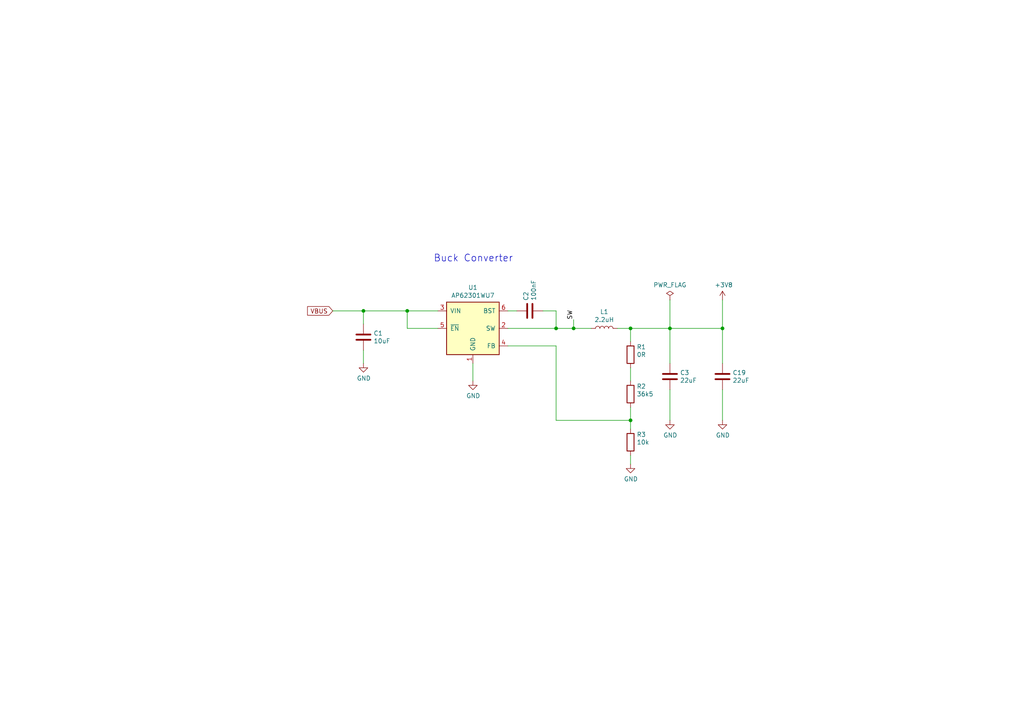
<source format=kicad_sch>
(kicad_sch (version 20211123) (generator eeschema)
  (paper "A4")
  (lib_symbols
    (symbol "Device:C" (pin_numbers hide) (pin_names (offset 0.254))
      (property "Reference" "C" (at 0.635 2.54 0))
      (property "Value" "C" (at 0.635 -2.54 0))
      (symbol "C_0_1"
        (polyline (pts (xy -2.032 -0.762) (xy 2.032 -0.762)) (stroke (width 0.508)))
        (polyline (pts (xy -2.032 0.762) (xy 2.032 0.762)) (stroke (width 0.508)))
      )
      (symbol "C_1_1"
        (pin passive line (at 0 3.81 270) (length 2.794) (name "~") (number "1"))
        (pin passive line (at 0 -3.81 90) (length 2.794) (name "~") (number "2"))
      )
    )
    (symbol "Device:L" (pin_numbers hide) (pin_names (offset 1.016) hide)
      (property "Reference" "L" (at -1.27 0 90))
      (property "Value" "L" (at 1.905 0 90))
      (symbol "L_0_1"
        (arc (start 0 -2.54) (mid 0.635 -1.905) (end 0 -1.27))
        (arc (start 0 -1.27) (mid 0.635 -0.635) (end 0 0))
        (arc (start 0 0) (mid 0.635 0.635) (end 0 1.27))
        (arc (start 0 1.27) (mid 0.635 1.905) (end 0 2.54))
      )
      (symbol "L_1_1"
        (pin passive line (at 0 3.81 270) (length 1.27) (name "1") (number "1"))
        (pin passive line (at 0 -3.81 90) (length 1.27) (name "2") (number "2"))
      )
    )
    (symbol "Device:R" (pin_numbers hide) (pin_names (offset 0))
      (property "Reference" "R" (at 2.032 0 90))
      (property "Value" "R" (at 0 0 90))
      (symbol "R_0_1"
        (rectangle (start -1.016 -2.54) (end 1.016 2.54) (stroke (width 0.254)))
      )
      (symbol "R_1_1"
        (pin passive line (at 0 3.81 270) (length 1.27) (name "~") (number "1"))
        (pin passive line (at 0 -3.81 90) (length 1.27) (name "~") (number "2"))
      )
    )
    (symbol "Power_Management:AP62301WU7" (pin_names (offset 1.016))
      (property "Reference" "U" (at 0 7.62 0))
      (property "Value" "Power_Management_AP62301WU7" (at 0 7.62 0))
      (symbol "AP62301WU7_1_1"
        (rectangle (start -7.62 5.08) (end 7.62 -10.16) (stroke (width 0.254)) (fill (type background)))
        (pin power_in line (at 0 -12.7 90) (length 2.54) (name "GND") (number "1"))
        (pin power_out line (at 10.16 -2.54 180) (length 2.54) (name "SW") (number "2"))
        (pin power_in line (at -10.16 2.54 0) (length 2.54) (name "VIN") (number "3"))
        (pin passive line (at 10.16 -7.62 180) (length 2.54) (name "FB") (number "4"))
        (pin input line (at -10.16 -2.54 0) (length 2.54) (name "~{EN}") (number "5"))
        (pin input line (at 10.16 2.54 180) (length 2.54) (name "BST") (number "6"))
      )
    )
    (symbol "power:+3V8" (power) (pin_names (offset 0))
      (property "Value" "+3V8" (at 0 3.556 0))
      (symbol "+3V8_0_1"
        (polyline (pts (xy -0.762 1.27) (xy 0 2.54)))
        (polyline (pts (xy 0 0) (xy 0 2.54)))
        (polyline (pts (xy 0 2.54) (xy 0.762 1.27)))
      )
      (symbol "+3V8_1_1"
        (pin power_in line (at 0 0 90) (length 0) hide (name "+3V8") (number "1"))
      )
    )
    (symbol "power:GND" (power) (pin_names (offset 0))
      (property "Value" "GND" (at 0 -3.81 0))
      (symbol "GND_0_1"
        (polyline (pts (xy 0 0) (xy 0 -1.27) (xy 1.27 -1.27) (xy 0 -2.54) (xy -1.27 -1.27) (xy 0 -1.27)))
      )
      (symbol "GND_1_1"
        (pin power_in line (at 0 0 270) (length 0) hide (name "GND") (number "1"))
      )
    )
    (symbol "power:PWR_FLAG" (power) (pin_numbers hide) (pin_names (offset 0) hide)
      (property "Value" "PWR_FLAG" (at 0 3.81 0))
      (symbol "PWR_FLAG_0_0"
        (pin power_out line (at 0 0 90) (length 0) (name "pwr") (number "1"))
      )
      (symbol "PWR_FLAG_0_1"
        (polyline (pts (xy 0 0) (xy 0 1.27) (xy -1.016 1.905) (xy 0 2.54) (xy 1.016 1.905) (xy 0 1.27)))
      )
    )
  )
  (junction (at 105.41 90.17))
  (junction (at 166.37 95.25))
  (junction (at 161.29 95.25))
  (junction (at 182.88 121.92))
  (junction (at 194.31 95.25))
  (junction (at 118.11 90.17))
  (junction (at 182.88 95.25))
  (junction (at 209.55 95.25))
  (wire (pts (xy 157.48 90.17) (xy 161.29 90.17)))
  (wire (pts (xy 209.55 95.25) (xy 209.55 86.995)))
  (wire (pts (xy 118.11 95.25) (xy 118.11 90.17)))
  (wire (pts (xy 147.32 100.33) (xy 161.29 100.33)))
  (wire (pts (xy 182.88 124.46) (xy 182.88 121.92)))
  (wire (pts (xy 105.41 90.17) (xy 118.11 90.17)))
  (wire (pts (xy 194.31 95.25) (xy 209.55 95.25)))
  (wire (pts (xy 161.29 100.33) (xy 161.29 121.92)))
  (wire (pts (xy 149.86 90.17) (xy 147.32 90.17)))
  (wire (pts (xy 194.31 113.03) (xy 194.31 121.92)))
  (wire (pts (xy 105.41 90.17) (xy 105.41 93.98)))
  (wire (pts (xy 161.29 121.92) (xy 182.88 121.92)))
  (wire (pts (xy 161.29 95.25) (xy 147.32 95.25)))
  (wire (pts (xy 127 95.25) (xy 118.11 95.25)))
  (wire (pts (xy 161.29 95.25) (xy 166.37 95.25)))
  (wire (pts (xy 194.31 105.41) (xy 194.31 95.25)))
  (wire (pts (xy 161.29 90.17) (xy 161.29 95.25)))
  (wire (pts (xy 209.55 105.41) (xy 209.55 95.25)))
  (wire (pts (xy 166.37 92.71) (xy 166.37 95.25)))
  (wire (pts (xy 194.31 86.995) (xy 194.31 95.25)))
  (wire (pts (xy 182.88 132.08) (xy 182.88 134.62)))
  (wire (pts (xy 182.88 99.06) (xy 182.88 95.25)))
  (wire (pts (xy 182.88 106.68) (xy 182.88 110.49)))
  (wire (pts (xy 166.37 95.25) (xy 171.45 95.25)))
  (wire (pts (xy 105.41 101.6) (xy 105.41 105.41)))
  (wire (pts (xy 137.16 105.41) (xy 137.16 110.49)))
  (wire (pts (xy 105.41 90.17) (xy 96.52 90.17)))
  (wire (pts (xy 209.55 113.03) (xy 209.55 121.92)))
  (wire (pts (xy 194.31 95.25) (xy 182.88 95.25)))
  (wire (pts (xy 182.88 118.11) (xy 182.88 121.92)))
  (wire (pts (xy 182.88 95.25) (xy 179.07 95.25)))
  (wire (pts (xy 127 90.17) (xy 118.11 90.17)))
  (text "Buck Converter" (at 125.73 76.2 0) (effects (font (size 2.0066 2.0066)) (justify left bottom)))
  (label "SW" (at 166.37 92.71 90))
  (global_label "VBUS" (shape input) (at 96.52 90.17 180) (property "Intersheet References" "${INTERSHEET_REFS}" (effects hide)))
  (symbol (lib_id "Device:R") (at 182.88 128.27 0) (unit 1)
    (property "Reference" "R3" (at 184.658 126.0348 0) (effects (justify left)))
    (property "Value" "10k" (at 184.658 128.27 0) (effects (justify left)))
    (property "Footprint" "Resistor_SMD:R_0603_1608Metric" (effects hide))
  )
  (symbol (lib_id "Device:L") (at 175.26 95.25 90) (unit 1)
    (property "Reference" "L1" (at 175.26 90.424 90))
    (property "Value" "2.2uH" (at 175.26 92.7354 90))
    (property "Footprint" "Inductor_SMD:L_Coilcraft_XAL5030" (effects hide))
    (property "Int @ 10" "1.53" (effects hide))
    (property "MPN" "XAL5030-222MEC" (effects hide))
    (property "Mfr" "Coilcraft" (effects hide))
    (property "SKU" "994-XAL5030-222MEC" (effects hide))
    (property "Vendor" "Mouser" (effects hide))
  )
  (symbol (lib_id "Device:C") (at 194.31 109.22 0) (unit 1)
    (property "Reference" "C3" (at 197.231 108.1024 0) (effects (justify left)))
    (property "Value" "22uF" (at 197.231 110.3376 0) (effects (justify left)))
    (property "Footprint" "Capacitor_SMD:C_1210_3225Metric" (effects hide))
    (property "Int @ 10" "0.248" (effects hide))
    (property "MPN" "CL32B226MOJNNNE" (effects hide))
    (property "Mfr" "Samsung Electro-Mechanics" (effects hide))
    (property "SKU" "187-CL32B226MOJNNNE" (effects hide))
    (property "Vendor" "Mouser" (effects hide))
  )
  (symbol (lib_id "Device:R") (at 182.88 102.87 0) (unit 1)
    (property "Reference" "R1" (at 184.658 100.6348 0) (effects (justify left)))
    (property "Value" "0R" (at 184.658 102.87 0) (effects (justify left)))
    (property "Footprint" "Resistor_SMD:R_0603_1608Metric" (effects hide))
  )
  (symbol (lib_id "power:GND") (at 137.16 110.49 0) (unit 1)
    (property "Reference" "#PWR02" (effects hide))
    (property "Value" "GND" (at 137.2616 114.808 0))
  )
  (symbol (lib_id "power:GND") (at 105.41 105.41 0) (unit 1)
    (property "Reference" "#PWR01" (effects hide))
    (property "Value" "GND" (at 105.5116 109.728 0))
  )
  (symbol (lib_id "power:GND") (at 194.31 121.92 0) (unit 1)
    (property "Reference" "#PWR04" (effects hide))
    (property "Value" "GND" (at 194.4116 126.238 0))
  )
  (symbol (lib_id "power:PWR_FLAG") (at 194.31 86.995 0) (unit 1)
    (property "Reference" "#FLG01" (effects hide))
    (property "Value" "PWR_FLAG" (at 194.31 82.6516 0))
  )
  (symbol (lib_id "Power_Management:AP62301WU7") (at 137.16 92.71 0) (unit 1)
    (property "Reference" "U1" (at 137.16 83.3882 0))
    (property "Value" "AP62301WU7" (at 137.16 85.6996 0))
    (property "Footprint" "Package_TO_SOT_SMD:TSOT-23-6" (effects hide))
    (property "Int @ 10" "0.282" (effects hide))
    (property "MPN" "AP62301WU-7" (effects hide))
    (property "Mfr" "Diodes Inc." (effects hide))
    (property "SKU" "621-AP62301WU-7" (effects hide))
    (property "Vendor" "Mouser" (effects hide))
  )
  (symbol (lib_id "Device:C") (at 153.67 90.17 90) (unit 1)
    (property "Reference" "C2" (at 152.5524 87.249 0) (effects (justify left)))
    (property "Value" "100nF" (at 154.7876 87.249 0) (effects (justify left)))
    (property "Footprint" "Capacitor_SMD:C_0603_1608Metric" (effects hide))
    (property "Int @ 10" "0.069" (effects hide))
    (property "MPN" "C0603C104K3RAC" (effects hide))
    (property "Mfr" "KEMET" (effects hide))
    (property "SKU" "80-C0603C104K3RAC" (effects hide))
    (property "Vendor" "Mouser" (effects hide))
  )
  (symbol (lib_id "power:+3V8") (at 209.55 86.995 0) (unit 1)
    (property "Reference" "#PWR06" (effects hide))
    (property "Value" "+3V8" (at 209.9056 82.6516 0))
  )
  (symbol (lib_id "power:GND") (at 182.88 134.62 0) (unit 1)
    (property "Reference" "#PWR03" (effects hide))
    (property "Value" "GND" (at 182.9816 138.938 0))
  )
  (symbol (lib_id "Device:C") (at 209.55 109.22 0) (unit 1)
    (property "Reference" "C19" (at 212.471 108.1024 0) (effects (justify left)))
    (property "Value" "22uF" (at 212.471 110.3376 0) (effects (justify left)))
    (property "Footprint" "Capacitor_SMD:C_1210_3225Metric" (effects hide))
    (property "Int @ 10" "0.248" (effects hide))
    (property "MPN" "CL32B226MOJNNNE" (effects hide))
    (property "Mfr" "Samsung Electro-Mechanics" (effects hide))
    (property "SKU" "187-CL32B226MOJNNNE" (effects hide))
    (property "Vendor" "Mouser" (effects hide))
  )
  (symbol (lib_id "power:GND") (at 209.55 121.92 0) (unit 1)
    (property "Reference" "#PWR0103" (effects hide))
    (property "Value" "GND" (at 209.6516 126.238 0))
  )
  (symbol (lib_id "Device:R") (at 182.88 114.3 0) (unit 1)
    (property "Reference" "R2" (at 184.658 112.0648 0) (effects (justify left)))
    (property "Value" "36k5" (at 184.658 114.3 0) (effects (justify left)))
    (property "Footprint" "Resistor_SMD:R_0603_1608Metric" (effects hide))
    (property "Int @ 10" "0.023" (effects hide))
    (property "MPN" "CRCW060336K5FKEA" (effects hide))
    (property "Mfr" "Vishay" (effects hide))
    (property "SKU" "71-CRCW060336K5FKEA" (effects hide))
    (property "Vendor" "Mouser" (effects hide))
  )
  (symbol (lib_id "Device:C") (at 105.41 97.79 0) (unit 1)
    (property "Reference" "C1" (at 108.331 96.6724 0) (effects (justify left)))
    (property "Value" "10uF" (at 108.331 98.9076 0) (effects (justify left)))
    (property "Footprint" "Capacitor_SMD:C_0805_2012Metric" (effects hide))
    (property "Int @ 10" "0.059" (effects hide))
    (property "MPN" "GRM21BR71A106KA73K" (effects hide))
    (property "Mfr" "MuRata Electronics" (effects hide))
    (property "SKU" "81-GRM21BR71A106KA73K" (effects hide))
    (property "Vendor" "Mouser" (effects hide))
  )
)
</source>
